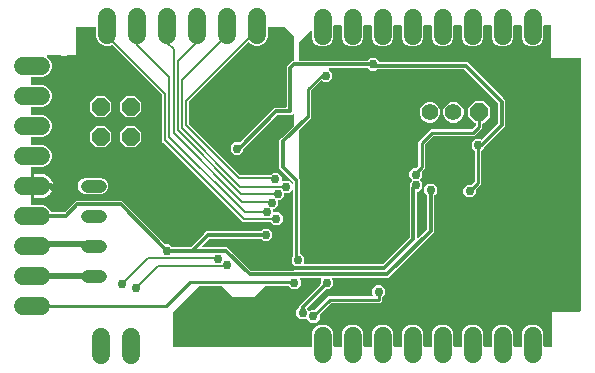
<source format=gbr>
G04 EAGLE Gerber RS-274X export*
G75*
%MOMM*%
%FSLAX34Y34*%
%LPD*%
%INBottom Copper*%
%IPPOS*%
%AMOC8*
5,1,8,0,0,1.08239X$1,22.5*%
G01*
%ADD10C,1.108000*%
%ADD11C,1.408000*%
%ADD12P,1.649562X8X22.500000*%
%ADD13C,1.524000*%
%ADD14P,1.649562X8X292.500000*%
%ADD15C,0.508000*%
%ADD16C,0.756400*%
%ADD17C,0.254000*%
%ADD18C,0.304800*%
%ADD19C,0.152400*%

G36*
X370606Y114787D02*
X370606Y114787D01*
X370625Y114784D01*
X370727Y114806D01*
X370829Y114823D01*
X370846Y114832D01*
X370866Y114837D01*
X370955Y114890D01*
X371046Y114938D01*
X371060Y114953D01*
X371077Y114963D01*
X371144Y115042D01*
X371216Y115117D01*
X371224Y115135D01*
X371237Y115150D01*
X371276Y115246D01*
X371319Y115340D01*
X371321Y115359D01*
X371329Y115378D01*
X371347Y115545D01*
X371347Y126025D01*
X372739Y129386D01*
X375312Y131959D01*
X378673Y133351D01*
X382311Y133351D01*
X385672Y131959D01*
X388245Y129386D01*
X389637Y126025D01*
X389637Y115545D01*
X389640Y115525D01*
X389638Y115505D01*
X389660Y115404D01*
X389676Y115302D01*
X389686Y115284D01*
X389690Y115265D01*
X389743Y115176D01*
X389792Y115084D01*
X389806Y115071D01*
X389816Y115054D01*
X389895Y114986D01*
X389970Y114915D01*
X389988Y114907D01*
X390003Y114894D01*
X390099Y114855D01*
X390193Y114811D01*
X390213Y114809D01*
X390231Y114802D01*
X390398Y114783D01*
X395986Y114783D01*
X396006Y114787D01*
X396025Y114784D01*
X396127Y114806D01*
X396229Y114823D01*
X396246Y114832D01*
X396266Y114837D01*
X396355Y114890D01*
X396446Y114938D01*
X396460Y114953D01*
X396477Y114963D01*
X396544Y115042D01*
X396616Y115117D01*
X396624Y115135D01*
X396637Y115150D01*
X396676Y115246D01*
X396719Y115340D01*
X396721Y115359D01*
X396729Y115378D01*
X396747Y115545D01*
X396747Y126025D01*
X398139Y129386D01*
X400712Y131959D01*
X404073Y133351D01*
X407711Y133351D01*
X411072Y131959D01*
X413645Y129386D01*
X415037Y126025D01*
X415037Y115545D01*
X415040Y115525D01*
X415038Y115505D01*
X415060Y115404D01*
X415076Y115302D01*
X415086Y115284D01*
X415090Y115265D01*
X415143Y115176D01*
X415192Y115084D01*
X415206Y115071D01*
X415216Y115054D01*
X415295Y114986D01*
X415370Y114915D01*
X415388Y114907D01*
X415403Y114894D01*
X415499Y114855D01*
X415593Y114811D01*
X415613Y114809D01*
X415631Y114802D01*
X415798Y114783D01*
X421386Y114783D01*
X421406Y114787D01*
X421425Y114784D01*
X421527Y114806D01*
X421629Y114823D01*
X421646Y114832D01*
X421666Y114837D01*
X421755Y114890D01*
X421846Y114938D01*
X421860Y114953D01*
X421877Y114963D01*
X421944Y115042D01*
X422016Y115117D01*
X422024Y115135D01*
X422037Y115150D01*
X422076Y115246D01*
X422119Y115340D01*
X422121Y115359D01*
X422129Y115378D01*
X422147Y115545D01*
X422147Y126025D01*
X423539Y129386D01*
X426112Y131959D01*
X429473Y133351D01*
X433111Y133351D01*
X436472Y131959D01*
X439045Y129386D01*
X440437Y126025D01*
X440437Y115545D01*
X440440Y115525D01*
X440438Y115505D01*
X440460Y115404D01*
X440476Y115302D01*
X440486Y115284D01*
X440490Y115265D01*
X440543Y115176D01*
X440592Y115084D01*
X440606Y115071D01*
X440616Y115054D01*
X440695Y114986D01*
X440770Y114915D01*
X440788Y114907D01*
X440803Y114894D01*
X440899Y114855D01*
X440993Y114811D01*
X441013Y114809D01*
X441031Y114802D01*
X441198Y114783D01*
X446786Y114783D01*
X446806Y114787D01*
X446825Y114784D01*
X446927Y114806D01*
X447029Y114823D01*
X447046Y114832D01*
X447066Y114837D01*
X447155Y114890D01*
X447246Y114938D01*
X447260Y114953D01*
X447277Y114963D01*
X447344Y115042D01*
X447416Y115117D01*
X447424Y115135D01*
X447437Y115150D01*
X447476Y115246D01*
X447519Y115340D01*
X447521Y115359D01*
X447529Y115378D01*
X447547Y115545D01*
X447547Y126025D01*
X448939Y129386D01*
X451512Y131959D01*
X454873Y133351D01*
X458511Y133351D01*
X461872Y131959D01*
X464445Y129386D01*
X465837Y126025D01*
X465837Y115545D01*
X465840Y115525D01*
X465838Y115505D01*
X465860Y115404D01*
X465876Y115302D01*
X465886Y115284D01*
X465890Y115265D01*
X465943Y115176D01*
X465992Y115084D01*
X466006Y115071D01*
X466016Y115054D01*
X466095Y114986D01*
X466170Y114915D01*
X466188Y114907D01*
X466203Y114894D01*
X466299Y114855D01*
X466393Y114811D01*
X466413Y114809D01*
X466431Y114802D01*
X466598Y114783D01*
X472186Y114783D01*
X472206Y114787D01*
X472225Y114784D01*
X472327Y114806D01*
X472429Y114823D01*
X472446Y114832D01*
X472466Y114837D01*
X472555Y114890D01*
X472646Y114938D01*
X472660Y114953D01*
X472677Y114963D01*
X472744Y115042D01*
X472816Y115117D01*
X472824Y115135D01*
X472837Y115150D01*
X472876Y115246D01*
X472919Y115340D01*
X472921Y115359D01*
X472929Y115378D01*
X472947Y115545D01*
X472947Y126025D01*
X474339Y129386D01*
X476912Y131959D01*
X480273Y133351D01*
X483911Y133351D01*
X487272Y131959D01*
X489845Y129386D01*
X491237Y126025D01*
X491237Y115545D01*
X491240Y115525D01*
X491238Y115505D01*
X491260Y115404D01*
X491276Y115302D01*
X491286Y115284D01*
X491290Y115265D01*
X491343Y115176D01*
X491392Y115084D01*
X491406Y115071D01*
X491416Y115054D01*
X491495Y114986D01*
X491570Y114915D01*
X491588Y114907D01*
X491603Y114894D01*
X491699Y114855D01*
X491793Y114811D01*
X491813Y114809D01*
X491831Y114802D01*
X491998Y114783D01*
X497586Y114783D01*
X497606Y114787D01*
X497625Y114784D01*
X497727Y114806D01*
X497829Y114823D01*
X497846Y114832D01*
X497866Y114837D01*
X497955Y114890D01*
X498046Y114938D01*
X498060Y114953D01*
X498077Y114963D01*
X498144Y115042D01*
X498216Y115117D01*
X498224Y115135D01*
X498237Y115150D01*
X498276Y115246D01*
X498319Y115340D01*
X498321Y115359D01*
X498329Y115378D01*
X498347Y115545D01*
X498347Y126025D01*
X499739Y129386D01*
X502312Y131959D01*
X505673Y133351D01*
X509311Y133351D01*
X512672Y131959D01*
X515245Y129386D01*
X516637Y126025D01*
X516637Y115545D01*
X516640Y115525D01*
X516638Y115505D01*
X516660Y115404D01*
X516676Y115302D01*
X516686Y115284D01*
X516690Y115265D01*
X516743Y115176D01*
X516792Y115084D01*
X516806Y115071D01*
X516816Y115054D01*
X516895Y114986D01*
X516970Y114915D01*
X516988Y114907D01*
X517003Y114894D01*
X517099Y114855D01*
X517193Y114811D01*
X517213Y114809D01*
X517231Y114802D01*
X517398Y114783D01*
X522986Y114783D01*
X523006Y114787D01*
X523025Y114784D01*
X523127Y114806D01*
X523229Y114823D01*
X523246Y114832D01*
X523266Y114837D01*
X523355Y114890D01*
X523446Y114938D01*
X523460Y114953D01*
X523477Y114963D01*
X523544Y115042D01*
X523616Y115117D01*
X523624Y115135D01*
X523637Y115150D01*
X523676Y115246D01*
X523719Y115340D01*
X523721Y115359D01*
X523729Y115378D01*
X523747Y115545D01*
X523747Y126025D01*
X525139Y129386D01*
X527712Y131959D01*
X531073Y133351D01*
X534711Y133351D01*
X538072Y131959D01*
X540645Y129386D01*
X542037Y126025D01*
X542037Y115545D01*
X542040Y115525D01*
X542038Y115505D01*
X542060Y115404D01*
X542076Y115302D01*
X542086Y115284D01*
X542090Y115265D01*
X542143Y115176D01*
X542192Y115084D01*
X542206Y115071D01*
X542216Y115054D01*
X542295Y114986D01*
X542370Y114915D01*
X542388Y114907D01*
X542403Y114894D01*
X542499Y114855D01*
X542593Y114811D01*
X542613Y114809D01*
X542631Y114802D01*
X542798Y114783D01*
X548386Y114783D01*
X548406Y114787D01*
X548425Y114784D01*
X548527Y114806D01*
X548629Y114823D01*
X548646Y114832D01*
X548666Y114837D01*
X548755Y114890D01*
X548846Y114938D01*
X548860Y114953D01*
X548877Y114963D01*
X548944Y115042D01*
X549016Y115117D01*
X549024Y115135D01*
X549037Y115150D01*
X549076Y115246D01*
X549119Y115340D01*
X549121Y115359D01*
X549129Y115378D01*
X549147Y115545D01*
X549147Y126025D01*
X550539Y129386D01*
X553112Y131959D01*
X556473Y133351D01*
X560111Y133351D01*
X563472Y131959D01*
X566045Y129386D01*
X567437Y126025D01*
X567437Y115545D01*
X567440Y115525D01*
X567438Y115505D01*
X567460Y115404D01*
X567476Y115302D01*
X567486Y115284D01*
X567490Y115265D01*
X567543Y115176D01*
X567592Y115084D01*
X567606Y115071D01*
X567616Y115054D01*
X567695Y114986D01*
X567770Y114915D01*
X567788Y114907D01*
X567803Y114894D01*
X567899Y114855D01*
X567993Y114811D01*
X568013Y114809D01*
X568031Y114802D01*
X568198Y114783D01*
X573770Y114783D01*
X573790Y114787D01*
X573810Y114784D01*
X573911Y114806D01*
X574013Y114823D01*
X574031Y114832D01*
X574050Y114837D01*
X574139Y114890D01*
X574230Y114938D01*
X574244Y114953D01*
X574261Y114963D01*
X574329Y115042D01*
X574400Y115117D01*
X574408Y115135D01*
X574421Y115150D01*
X574460Y115246D01*
X574503Y115340D01*
X574506Y115359D01*
X574513Y115378D01*
X574532Y115545D01*
X574532Y122082D01*
X574531Y122084D01*
X574532Y122087D01*
X574399Y144578D01*
X598475Y144578D01*
X598494Y144581D01*
X598514Y144579D01*
X598615Y144601D01*
X598717Y144617D01*
X598735Y144627D01*
X598754Y144631D01*
X598843Y144684D01*
X598935Y144732D01*
X598948Y144747D01*
X598966Y144757D01*
X599033Y144836D01*
X599104Y144911D01*
X599113Y144929D01*
X599125Y144944D01*
X599164Y145040D01*
X599208Y145134D01*
X599210Y145154D01*
X599217Y145172D01*
X599236Y145339D01*
X599262Y358876D01*
X599258Y358896D01*
X599261Y358916D01*
X599239Y359017D01*
X599222Y359119D01*
X599213Y359137D01*
X599208Y359156D01*
X599155Y359245D01*
X599107Y359337D01*
X599092Y359350D01*
X599082Y359368D01*
X599004Y359435D01*
X598929Y359506D01*
X598910Y359514D01*
X598895Y359527D01*
X598799Y359566D01*
X598705Y359610D01*
X598686Y359612D01*
X598667Y359619D01*
X598500Y359638D01*
X574039Y359638D01*
X574039Y386055D01*
X574036Y386075D01*
X574038Y386094D01*
X574016Y386195D01*
X574000Y386298D01*
X573990Y386315D01*
X573986Y386335D01*
X573933Y386424D01*
X573884Y386515D01*
X573870Y386529D01*
X573860Y386546D01*
X573781Y386613D01*
X573706Y386684D01*
X573688Y386693D01*
X573673Y386706D01*
X573577Y386744D01*
X573483Y386788D01*
X573463Y386790D01*
X573445Y386798D01*
X573278Y386816D01*
X568198Y386815D01*
X568178Y386812D01*
X568159Y386814D01*
X568057Y386792D01*
X567955Y386776D01*
X567938Y386766D01*
X567918Y386762D01*
X567829Y386709D01*
X567738Y386661D01*
X567724Y386646D01*
X567707Y386636D01*
X567640Y386557D01*
X567568Y386482D01*
X567560Y386464D01*
X567547Y386449D01*
X567508Y386353D01*
X567465Y386259D01*
X567463Y386239D01*
X567455Y386221D01*
X567437Y386054D01*
X567437Y376387D01*
X566045Y373026D01*
X563472Y370453D01*
X560111Y369061D01*
X556473Y369061D01*
X553112Y370453D01*
X550539Y373026D01*
X549147Y376387D01*
X549147Y386052D01*
X549144Y386071D01*
X549146Y386091D01*
X549124Y386192D01*
X549108Y386294D01*
X549098Y386312D01*
X549094Y386332D01*
X549041Y386421D01*
X548992Y386512D01*
X548978Y386525D01*
X548968Y386543D01*
X548889Y386610D01*
X548814Y386681D01*
X548796Y386690D01*
X548781Y386702D01*
X548685Y386741D01*
X548591Y386785D01*
X548571Y386787D01*
X548553Y386794D01*
X548386Y386813D01*
X542798Y386812D01*
X542778Y386809D01*
X542759Y386811D01*
X542657Y386789D01*
X542555Y386772D01*
X542538Y386763D01*
X542518Y386759D01*
X542429Y386706D01*
X542338Y386657D01*
X542324Y386643D01*
X542307Y386633D01*
X542240Y386554D01*
X542168Y386479D01*
X542160Y386461D01*
X542147Y386446D01*
X542108Y386349D01*
X542065Y386256D01*
X542063Y386236D01*
X542055Y386218D01*
X542037Y386051D01*
X542037Y376387D01*
X540645Y373026D01*
X538072Y370453D01*
X534711Y369061D01*
X531073Y369061D01*
X527712Y370453D01*
X525139Y373026D01*
X523747Y376387D01*
X523747Y386048D01*
X523744Y386068D01*
X523746Y386088D01*
X523724Y386189D01*
X523708Y386291D01*
X523698Y386309D01*
X523694Y386328D01*
X523641Y386417D01*
X523592Y386508D01*
X523578Y386522D01*
X523568Y386539D01*
X523489Y386607D01*
X523414Y386678D01*
X523396Y386686D01*
X523381Y386699D01*
X523285Y386738D01*
X523191Y386781D01*
X523171Y386784D01*
X523153Y386791D01*
X522986Y386810D01*
X517398Y386809D01*
X517378Y386806D01*
X517359Y386808D01*
X517257Y386786D01*
X517155Y386769D01*
X517138Y386760D01*
X517118Y386756D01*
X517029Y386702D01*
X516938Y386654D01*
X516924Y386640D01*
X516907Y386629D01*
X516840Y386551D01*
X516768Y386476D01*
X516760Y386458D01*
X516747Y386442D01*
X516708Y386346D01*
X516665Y386253D01*
X516663Y386233D01*
X516655Y386214D01*
X516637Y386048D01*
X516637Y376387D01*
X515245Y373026D01*
X512672Y370453D01*
X509311Y369061D01*
X505673Y369061D01*
X502312Y370453D01*
X499739Y373026D01*
X498347Y376387D01*
X498347Y386045D01*
X498344Y386065D01*
X498346Y386085D01*
X498324Y386186D01*
X498308Y386288D01*
X498298Y386305D01*
X498294Y386325D01*
X498241Y386414D01*
X498192Y386505D01*
X498178Y386519D01*
X498168Y386536D01*
X498089Y386603D01*
X498014Y386675D01*
X497996Y386683D01*
X497981Y386696D01*
X497885Y386735D01*
X497791Y386778D01*
X497771Y386780D01*
X497753Y386788D01*
X497586Y386806D01*
X491998Y386806D01*
X491978Y386802D01*
X491959Y386805D01*
X491857Y386783D01*
X491755Y386766D01*
X491738Y386757D01*
X491718Y386752D01*
X491629Y386699D01*
X491538Y386651D01*
X491524Y386636D01*
X491507Y386626D01*
X491440Y386547D01*
X491368Y386472D01*
X491360Y386454D01*
X491347Y386439D01*
X491308Y386343D01*
X491265Y386249D01*
X491263Y386230D01*
X491255Y386211D01*
X491237Y386044D01*
X491237Y376387D01*
X489845Y373026D01*
X487272Y370453D01*
X483911Y369061D01*
X480273Y369061D01*
X476912Y370453D01*
X474339Y373026D01*
X472947Y376387D01*
X472947Y386042D01*
X472944Y386061D01*
X472946Y386081D01*
X472924Y386183D01*
X472908Y386285D01*
X472898Y386302D01*
X472894Y386322D01*
X472841Y386411D01*
X472792Y386502D01*
X472778Y386516D01*
X472768Y386533D01*
X472689Y386600D01*
X472614Y386671D01*
X472596Y386680D01*
X472581Y386693D01*
X472485Y386731D01*
X472391Y386775D01*
X472371Y386777D01*
X472353Y386785D01*
X472186Y386803D01*
X466598Y386802D01*
X466578Y386799D01*
X466559Y386801D01*
X466457Y386779D01*
X466355Y386763D01*
X466338Y386753D01*
X466318Y386749D01*
X466229Y386696D01*
X466138Y386647D01*
X466124Y386633D01*
X466107Y386623D01*
X466040Y386544D01*
X465968Y386469D01*
X465960Y386451D01*
X465947Y386436D01*
X465908Y386340D01*
X465865Y386246D01*
X465863Y386226D01*
X465855Y386208D01*
X465837Y386041D01*
X465837Y376387D01*
X464445Y373026D01*
X461872Y370453D01*
X458511Y369061D01*
X454873Y369061D01*
X451512Y370453D01*
X448939Y373026D01*
X447547Y376387D01*
X447547Y386038D01*
X447544Y386058D01*
X447546Y386078D01*
X447524Y386179D01*
X447508Y386281D01*
X447498Y386299D01*
X447494Y386318D01*
X447441Y386408D01*
X447392Y386499D01*
X447378Y386512D01*
X447368Y386530D01*
X447289Y386597D01*
X447214Y386668D01*
X447196Y386676D01*
X447181Y386689D01*
X447085Y386728D01*
X446991Y386772D01*
X446971Y386774D01*
X446953Y386781D01*
X446786Y386800D01*
X441198Y386799D01*
X441178Y386796D01*
X441159Y386798D01*
X441057Y386776D01*
X440955Y386759D01*
X440938Y386750D01*
X440918Y386746D01*
X440829Y386693D01*
X440738Y386644D01*
X440724Y386630D01*
X440707Y386620D01*
X440640Y386541D01*
X440568Y386466D01*
X440560Y386448D01*
X440547Y386433D01*
X440508Y386336D01*
X440465Y386243D01*
X440463Y386223D01*
X440455Y386204D01*
X440437Y386038D01*
X440437Y376387D01*
X439045Y373026D01*
X436472Y370453D01*
X433111Y369061D01*
X429473Y369061D01*
X426112Y370453D01*
X423539Y373026D01*
X422147Y376387D01*
X422147Y386035D01*
X422144Y386055D01*
X422146Y386075D01*
X422124Y386176D01*
X422108Y386278D01*
X422098Y386296D01*
X422094Y386315D01*
X422041Y386404D01*
X421992Y386495D01*
X421978Y386509D01*
X421968Y386526D01*
X421889Y386594D01*
X421814Y386665D01*
X421796Y386673D01*
X421781Y386686D01*
X421685Y386725D01*
X421591Y386768D01*
X421571Y386771D01*
X421553Y386778D01*
X421386Y386796D01*
X415798Y386796D01*
X415778Y386793D01*
X415759Y386795D01*
X415657Y386773D01*
X415555Y386756D01*
X415538Y386747D01*
X415518Y386742D01*
X415429Y386689D01*
X415338Y386641D01*
X415324Y386626D01*
X415307Y386616D01*
X415240Y386538D01*
X415168Y386462D01*
X415160Y386445D01*
X415147Y386429D01*
X415108Y386333D01*
X415065Y386239D01*
X415063Y386220D01*
X415055Y386201D01*
X415037Y386034D01*
X415037Y376387D01*
X413645Y373026D01*
X411072Y370453D01*
X407711Y369061D01*
X404073Y369061D01*
X400712Y370453D01*
X398139Y373026D01*
X396747Y376387D01*
X396747Y386032D01*
X396744Y386052D01*
X396746Y386071D01*
X396724Y386173D01*
X396708Y386275D01*
X396698Y386292D01*
X396694Y386312D01*
X396641Y386401D01*
X396592Y386492D01*
X396578Y386506D01*
X396568Y386523D01*
X396489Y386590D01*
X396414Y386661D01*
X396396Y386670D01*
X396381Y386683D01*
X396285Y386721D01*
X396191Y386765D01*
X396171Y386767D01*
X396153Y386775D01*
X395986Y386793D01*
X390398Y386792D01*
X390378Y386789D01*
X390359Y386791D01*
X390257Y386769D01*
X390155Y386753D01*
X390138Y386743D01*
X390118Y386739D01*
X390029Y386686D01*
X389938Y386638D01*
X389924Y386623D01*
X389907Y386613D01*
X389840Y386534D01*
X389768Y386459D01*
X389760Y386441D01*
X389747Y386426D01*
X389708Y386330D01*
X389665Y386236D01*
X389663Y386216D01*
X389655Y386198D01*
X389637Y386031D01*
X389637Y376387D01*
X388245Y373026D01*
X385672Y370453D01*
X382311Y369061D01*
X378673Y369061D01*
X375312Y370453D01*
X372739Y373026D01*
X371347Y376387D01*
X371347Y381711D01*
X371336Y381782D01*
X371334Y381854D01*
X371316Y381903D01*
X371308Y381954D01*
X371274Y382017D01*
X371249Y382085D01*
X371217Y382125D01*
X371192Y382171D01*
X371141Y382221D01*
X371096Y382277D01*
X371052Y382305D01*
X371014Y382341D01*
X370949Y382371D01*
X370889Y382410D01*
X370838Y382422D01*
X370791Y382444D01*
X370720Y382452D01*
X370650Y382470D01*
X370598Y382466D01*
X370547Y382471D01*
X370476Y382456D01*
X370405Y382451D01*
X370357Y382430D01*
X370306Y382419D01*
X370245Y382382D01*
X370179Y382354D01*
X370123Y382310D01*
X370095Y382293D01*
X370080Y382275D01*
X370048Y382250D01*
X360650Y372852D01*
X360597Y372778D01*
X360537Y372708D01*
X360525Y372678D01*
X360506Y372652D01*
X360479Y372565D01*
X360445Y372480D01*
X360441Y372439D01*
X360434Y372417D01*
X360435Y372385D01*
X360427Y372313D01*
X360427Y357616D01*
X360430Y357599D01*
X360428Y357583D01*
X360428Y357581D01*
X360428Y357577D01*
X360450Y357475D01*
X360467Y357373D01*
X360476Y357356D01*
X360480Y357336D01*
X360533Y357247D01*
X360582Y357156D01*
X360596Y357142D01*
X360606Y357125D01*
X360685Y357058D01*
X360760Y356986D01*
X360778Y356978D01*
X360793Y356965D01*
X360889Y356926D01*
X360983Y356883D01*
X361003Y356881D01*
X361021Y356873D01*
X361188Y356855D01*
X418326Y356855D01*
X418416Y356869D01*
X418507Y356877D01*
X418537Y356889D01*
X418568Y356894D01*
X418649Y356937D01*
X418733Y356973D01*
X418765Y356999D01*
X418786Y357010D01*
X418791Y357015D01*
X418792Y357016D01*
X418809Y357034D01*
X418864Y357078D01*
X420966Y359180D01*
X425362Y359180D01*
X428448Y356094D01*
X428522Y356041D01*
X428591Y355981D01*
X428622Y355969D01*
X428648Y355950D01*
X428735Y355923D01*
X428820Y355889D01*
X428860Y355885D01*
X428883Y355878D01*
X428915Y355879D01*
X428986Y355871D01*
X502897Y355871D01*
X504906Y353862D01*
X533170Y325598D01*
X535179Y323589D01*
X535179Y301200D01*
X518361Y284383D01*
X517543Y283565D01*
X517490Y283491D01*
X517465Y283462D01*
X517452Y283448D01*
X517450Y283444D01*
X517430Y283421D01*
X517418Y283391D01*
X517399Y283365D01*
X517373Y283278D01*
X517372Y283276D01*
X515107Y281011D01*
X515054Y280937D01*
X514995Y280868D01*
X514982Y280838D01*
X514964Y280812D01*
X514937Y280725D01*
X514903Y280640D01*
X514898Y280599D01*
X514891Y280577D01*
X514892Y280544D01*
X514884Y280473D01*
X514884Y252436D01*
X510558Y248110D01*
X510505Y248036D01*
X510445Y247966D01*
X510433Y247936D01*
X510414Y247910D01*
X510388Y247823D01*
X510353Y247738D01*
X510349Y247697D01*
X510342Y247675D01*
X510343Y247643D01*
X510335Y247571D01*
X510335Y244334D01*
X507226Y241226D01*
X502830Y241226D01*
X499721Y244334D01*
X499721Y248731D01*
X502830Y251839D01*
X506067Y251839D01*
X506157Y251854D01*
X506248Y251861D01*
X506278Y251874D01*
X506310Y251879D01*
X506391Y251922D01*
X506475Y251957D01*
X506507Y251983D01*
X506527Y251994D01*
X506550Y252017D01*
X506606Y252062D01*
X509072Y254528D01*
X509125Y254602D01*
X509184Y254672D01*
X509196Y254702D01*
X509215Y254728D01*
X509242Y254815D01*
X509276Y254900D01*
X509281Y254941D01*
X509288Y254963D01*
X509287Y254995D01*
X509295Y255067D01*
X509295Y280321D01*
X509280Y280411D01*
X509273Y280502D01*
X509260Y280532D01*
X509255Y280564D01*
X509212Y280644D01*
X509176Y280728D01*
X509151Y280760D01*
X509140Y280781D01*
X509116Y280803D01*
X509072Y280859D01*
X506706Y283224D01*
X506706Y287621D01*
X509815Y290729D01*
X514211Y290729D01*
X514610Y290331D01*
X514626Y290319D01*
X514638Y290304D01*
X514726Y290248D01*
X514809Y290187D01*
X514828Y290182D01*
X514845Y290171D01*
X514946Y290145D01*
X515044Y290115D01*
X515064Y290116D01*
X515084Y290111D01*
X515187Y290119D01*
X515290Y290121D01*
X515309Y290128D01*
X515329Y290130D01*
X515424Y290170D01*
X515521Y290206D01*
X515537Y290218D01*
X515555Y290226D01*
X515686Y290331D01*
X528858Y303503D01*
X528911Y303577D01*
X528971Y303646D01*
X528983Y303677D01*
X529002Y303703D01*
X529029Y303790D01*
X529063Y303875D01*
X529067Y303916D01*
X529074Y303938D01*
X529073Y303970D01*
X529081Y304041D01*
X529081Y320748D01*
X529067Y320838D01*
X529059Y320929D01*
X529047Y320959D01*
X529042Y320991D01*
X528999Y321071D01*
X528963Y321155D01*
X528937Y321187D01*
X528926Y321208D01*
X528903Y321230D01*
X528858Y321286D01*
X500594Y349550D01*
X500520Y349603D01*
X500451Y349663D01*
X500421Y349675D01*
X500394Y349694D01*
X500307Y349721D01*
X500223Y349755D01*
X500182Y349759D01*
X500159Y349766D01*
X500127Y349765D01*
X500056Y349773D01*
X426885Y349773D01*
X426795Y349759D01*
X426704Y349751D01*
X426674Y349739D01*
X426642Y349734D01*
X426561Y349691D01*
X426477Y349655D01*
X426445Y349629D01*
X426425Y349618D01*
X426402Y349595D01*
X426346Y349550D01*
X425362Y348566D01*
X420966Y348566D01*
X418998Y350534D01*
X418924Y350587D01*
X418854Y350647D01*
X418824Y350659D01*
X418798Y350678D01*
X418711Y350705D01*
X418626Y350739D01*
X418585Y350743D01*
X418563Y350750D01*
X418531Y350749D01*
X418459Y350757D01*
X386524Y350757D01*
X386453Y350746D01*
X386382Y350744D01*
X386333Y350726D01*
X386281Y350718D01*
X386218Y350684D01*
X386151Y350659D01*
X386110Y350627D01*
X386064Y350602D01*
X386015Y350550D01*
X385959Y350506D01*
X385930Y350462D01*
X385894Y350424D01*
X385864Y350359D01*
X385826Y350299D01*
X385813Y350248D01*
X385791Y350201D01*
X385783Y350130D01*
X385765Y350060D01*
X385770Y350008D01*
X385764Y349957D01*
X385779Y349886D01*
X385785Y349815D01*
X385805Y349767D01*
X385816Y349716D01*
X385853Y349655D01*
X385881Y349589D01*
X385926Y349533D01*
X385942Y349505D01*
X385960Y349490D01*
X385986Y349458D01*
X388847Y346597D01*
X388847Y342200D01*
X385738Y339092D01*
X381342Y339092D01*
X380384Y340049D01*
X380368Y340061D01*
X380356Y340077D01*
X380268Y340133D01*
X380185Y340193D01*
X380166Y340199D01*
X380149Y340210D01*
X380048Y340235D01*
X379950Y340265D01*
X379930Y340265D01*
X379910Y340270D01*
X379807Y340262D01*
X379704Y340259D01*
X379685Y340252D01*
X379665Y340251D01*
X379570Y340210D01*
X379473Y340175D01*
X379457Y340162D01*
X379439Y340154D01*
X379308Y340049D01*
X371064Y331805D01*
X371011Y331731D01*
X370951Y331662D01*
X370939Y331632D01*
X370920Y331606D01*
X370893Y331519D01*
X370859Y331434D01*
X370855Y331393D01*
X370848Y331371D01*
X370849Y331338D01*
X370841Y331267D01*
X370841Y311458D01*
X370855Y311368D01*
X370863Y311277D01*
X370875Y311247D01*
X370880Y311215D01*
X370923Y311135D01*
X370959Y311051D01*
X370985Y311019D01*
X370996Y310998D01*
X371019Y310976D01*
X371064Y310920D01*
X371095Y310889D01*
X371095Y308363D01*
X360650Y297918D01*
X360597Y297844D01*
X360537Y297775D01*
X360525Y297745D01*
X360506Y297718D01*
X360479Y297631D01*
X360445Y297547D01*
X360441Y297506D01*
X360434Y297483D01*
X360435Y297451D01*
X360427Y297380D01*
X360427Y258372D01*
X360442Y258282D01*
X360449Y258191D01*
X360461Y258161D01*
X360467Y258129D01*
X360509Y258049D01*
X360545Y257965D01*
X360571Y257933D01*
X360582Y257912D01*
X360605Y257890D01*
X360650Y257834D01*
X361341Y257142D01*
X361341Y254617D01*
X361310Y254586D01*
X361257Y254512D01*
X361198Y254442D01*
X361185Y254412D01*
X361167Y254386D01*
X361140Y254299D01*
X361106Y254214D01*
X361101Y254173D01*
X361094Y254151D01*
X361095Y254119D01*
X361087Y254047D01*
X361087Y194307D01*
X361090Y194288D01*
X361088Y194268D01*
X361110Y194167D01*
X361127Y194065D01*
X361136Y194047D01*
X361140Y194028D01*
X361194Y193939D01*
X361242Y193847D01*
X361256Y193834D01*
X361267Y193816D01*
X361345Y193749D01*
X361420Y193678D01*
X361438Y193670D01*
X361454Y193657D01*
X361550Y193618D01*
X361643Y193574D01*
X361663Y193572D01*
X361682Y193565D01*
X361848Y193546D01*
X361862Y193546D01*
X364971Y190438D01*
X364971Y186041D01*
X364634Y185704D01*
X364592Y185646D01*
X364542Y185594D01*
X364521Y185547D01*
X364490Y185505D01*
X364469Y185436D01*
X364439Y185371D01*
X364433Y185319D01*
X364418Y185269D01*
X364420Y185198D01*
X364412Y185127D01*
X364423Y185076D01*
X364424Y185024D01*
X364449Y184956D01*
X364464Y184886D01*
X364491Y184841D01*
X364509Y184793D01*
X364553Y184737D01*
X364590Y184675D01*
X364630Y184641D01*
X364662Y184601D01*
X364722Y184562D01*
X364777Y184515D01*
X364826Y184496D01*
X364869Y184468D01*
X364939Y184450D01*
X365005Y184423D01*
X365077Y184415D01*
X365108Y184407D01*
X365131Y184409D01*
X365172Y184405D01*
X430984Y184405D01*
X431074Y184419D01*
X431165Y184427D01*
X431195Y184439D01*
X431227Y184444D01*
X431307Y184487D01*
X431391Y184523D01*
X431423Y184549D01*
X431444Y184560D01*
X431466Y184583D01*
X431522Y184628D01*
X454182Y207288D01*
X454235Y207362D01*
X454295Y207431D01*
X454307Y207461D01*
X454326Y207488D01*
X454353Y207575D01*
X454387Y207659D01*
X454391Y207700D01*
X454398Y207723D01*
X454397Y207755D01*
X454405Y207826D01*
X454405Y248670D01*
X454391Y248760D01*
X454383Y248851D01*
X454371Y248881D01*
X454366Y248912D01*
X454323Y248993D01*
X454287Y249077D01*
X454261Y249109D01*
X454250Y249130D01*
X454227Y249152D01*
X454182Y249208D01*
X454154Y249236D01*
X454154Y253633D01*
X455919Y255398D01*
X455931Y255414D01*
X455947Y255427D01*
X456003Y255514D01*
X456063Y255598D01*
X456069Y255617D01*
X456080Y255634D01*
X456105Y255734D01*
X456135Y255833D01*
X456135Y255853D01*
X456140Y255872D01*
X456132Y255975D01*
X456129Y256079D01*
X456122Y256098D01*
X456120Y256117D01*
X456080Y256212D01*
X456044Y256310D01*
X456032Y256326D01*
X456024Y256344D01*
X455919Y256475D01*
X454004Y258390D01*
X454004Y262786D01*
X457113Y265895D01*
X459334Y265895D01*
X459424Y265910D01*
X459515Y265917D01*
X459545Y265929D01*
X459577Y265935D01*
X459657Y265977D01*
X459741Y266013D01*
X459773Y266039D01*
X459794Y266050D01*
X459816Y266073D01*
X459872Y266118D01*
X461322Y267568D01*
X461375Y267642D01*
X461435Y267711D01*
X461447Y267742D01*
X461466Y267768D01*
X461493Y267855D01*
X461527Y267940D01*
X461531Y267981D01*
X461538Y268003D01*
X461537Y268035D01*
X461545Y268106D01*
X461545Y288206D01*
X472044Y298705D01*
X506781Y298705D01*
X506871Y298719D01*
X506962Y298727D01*
X506992Y298739D01*
X507024Y298744D01*
X507104Y298787D01*
X507188Y298823D01*
X507220Y298849D01*
X507241Y298860D01*
X507263Y298883D01*
X507319Y298928D01*
X510062Y301671D01*
X510115Y301745D01*
X510175Y301814D01*
X510187Y301844D01*
X510206Y301870D01*
X510233Y301957D01*
X510267Y302042D01*
X510271Y302083D01*
X510278Y302105D01*
X510277Y302138D01*
X510285Y302209D01*
X510285Y303530D01*
X510282Y303550D01*
X510284Y303569D01*
X510262Y303671D01*
X510246Y303773D01*
X510236Y303790D01*
X510232Y303810D01*
X510179Y303899D01*
X510130Y303990D01*
X510116Y304004D01*
X510106Y304021D01*
X510027Y304088D01*
X509952Y304160D01*
X509934Y304168D01*
X509919Y304181D01*
X509823Y304220D01*
X509729Y304263D01*
X509709Y304265D01*
X509691Y304273D01*
X509524Y304291D01*
X509292Y304291D01*
X503935Y309648D01*
X503935Y317224D01*
X509292Y322581D01*
X516868Y322581D01*
X522225Y317224D01*
X522225Y309648D01*
X516868Y304291D01*
X516636Y304291D01*
X516616Y304288D01*
X516597Y304290D01*
X516495Y304268D01*
X516393Y304252D01*
X516376Y304242D01*
X516356Y304238D01*
X516267Y304185D01*
X516176Y304136D01*
X516162Y304122D01*
X516145Y304112D01*
X516078Y304033D01*
X516006Y303958D01*
X515998Y303940D01*
X515985Y303925D01*
X515946Y303829D01*
X515903Y303735D01*
X515901Y303715D01*
X515893Y303697D01*
X515875Y303530D01*
X515875Y299578D01*
X509412Y293115D01*
X474675Y293115D01*
X474585Y293101D01*
X474494Y293093D01*
X474464Y293081D01*
X474432Y293076D01*
X474352Y293033D01*
X474268Y292997D01*
X474236Y292971D01*
X474215Y292960D01*
X474193Y292937D01*
X474137Y292892D01*
X467358Y286113D01*
X467305Y286039D01*
X467245Y285970D01*
X467233Y285940D01*
X467214Y285914D01*
X467187Y285827D01*
X467153Y285742D01*
X467149Y285701D01*
X467142Y285679D01*
X467143Y285646D01*
X467135Y285575D01*
X467135Y265476D01*
X464840Y263182D01*
X464787Y263108D01*
X464728Y263038D01*
X464716Y263008D01*
X464697Y262982D01*
X464670Y262895D01*
X464636Y262810D01*
X464631Y262769D01*
X464625Y262747D01*
X464625Y262715D01*
X464618Y262643D01*
X464618Y258390D01*
X462852Y256625D01*
X462840Y256608D01*
X462825Y256596D01*
X462769Y256509D01*
X462708Y256425D01*
X462703Y256406D01*
X462692Y256389D01*
X462667Y256288D01*
X462636Y256190D01*
X462637Y256170D01*
X462632Y256150D01*
X462640Y256048D01*
X462642Y255944D01*
X462649Y255925D01*
X462651Y255905D01*
X462691Y255810D01*
X462727Y255713D01*
X462739Y255697D01*
X462747Y255679D01*
X462852Y255548D01*
X464767Y253633D01*
X464767Y249236D01*
X461659Y246128D01*
X461264Y246128D01*
X461244Y246125D01*
X461225Y246127D01*
X461123Y246105D01*
X461021Y246088D01*
X461004Y246079D01*
X460984Y246075D01*
X460895Y246021D01*
X460804Y245973D01*
X460790Y245959D01*
X460773Y245948D01*
X460706Y245870D01*
X460634Y245795D01*
X460626Y245777D01*
X460613Y245761D01*
X460574Y245665D01*
X460531Y245572D01*
X460529Y245552D01*
X460521Y245533D01*
X460503Y245367D01*
X460503Y207826D01*
X460514Y207755D01*
X460516Y207684D01*
X460534Y207635D01*
X460542Y207583D01*
X460576Y207520D01*
X460601Y207453D01*
X460633Y207412D01*
X460658Y207366D01*
X460710Y207317D01*
X460754Y207261D01*
X460798Y207232D01*
X460836Y207197D01*
X460901Y207166D01*
X460961Y207128D01*
X461012Y207115D01*
X461059Y207093D01*
X461130Y207085D01*
X461200Y207068D01*
X461252Y207072D01*
X461303Y207066D01*
X461374Y207081D01*
X461445Y207087D01*
X461493Y207107D01*
X461544Y207118D01*
X461605Y207155D01*
X461671Y207183D01*
X461727Y207228D01*
X461755Y207244D01*
X461770Y207262D01*
X461802Y207288D01*
X468736Y214222D01*
X468790Y214296D01*
X468849Y214365D01*
X468861Y214396D01*
X468880Y214422D01*
X468907Y214509D01*
X468941Y214594D01*
X468946Y214635D01*
X468952Y214657D01*
X468952Y214689D01*
X468959Y214760D01*
X468959Y242675D01*
X468956Y242694D01*
X468958Y242713D01*
X468943Y242782D01*
X468938Y242856D01*
X468925Y242886D01*
X468920Y242918D01*
X468910Y242937D01*
X468906Y242953D01*
X468872Y243010D01*
X468841Y243083D01*
X468816Y243115D01*
X468805Y243135D01*
X468787Y243152D01*
X468780Y243164D01*
X468767Y243175D01*
X468736Y243214D01*
X466701Y245249D01*
X466701Y249645D01*
X469810Y252754D01*
X474206Y252754D01*
X477315Y249645D01*
X477315Y245249D01*
X475280Y243214D01*
X475232Y243147D01*
X475189Y243101D01*
X475182Y243088D01*
X475167Y243070D01*
X475155Y243040D01*
X475136Y243014D01*
X475113Y242939D01*
X475085Y242878D01*
X475083Y242861D01*
X475075Y242842D01*
X475071Y242801D01*
X475064Y242779D01*
X475065Y242747D01*
X475057Y242675D01*
X475057Y211919D01*
X436111Y172973D01*
X389327Y172973D01*
X389257Y172962D01*
X389185Y172960D01*
X389136Y172942D01*
X389085Y172934D01*
X389021Y172900D01*
X388954Y172875D01*
X388913Y172843D01*
X388867Y172818D01*
X388818Y172766D01*
X388762Y172722D01*
X388734Y172678D01*
X388698Y172640D01*
X388668Y172575D01*
X388629Y172515D01*
X388616Y172464D01*
X388594Y172417D01*
X388586Y172346D01*
X388569Y172276D01*
X388573Y172224D01*
X388567Y172173D01*
X388582Y172102D01*
X388588Y172031D01*
X388608Y171983D01*
X388619Y171932D01*
X388656Y171871D01*
X388684Y171805D01*
X388729Y171749D01*
X388746Y171721D01*
X388763Y171706D01*
X388789Y171674D01*
X389355Y171108D01*
X389355Y166712D01*
X386246Y163603D01*
X383622Y163603D01*
X383532Y163589D01*
X383441Y163581D01*
X383411Y163569D01*
X383379Y163564D01*
X383299Y163521D01*
X383215Y163485D01*
X383183Y163459D01*
X383162Y163448D01*
X383140Y163425D01*
X383084Y163380D01*
X367546Y147842D01*
X367534Y147826D01*
X367518Y147813D01*
X367462Y147726D01*
X367402Y147642D01*
X367396Y147623D01*
X367385Y147606D01*
X367360Y147506D01*
X367330Y147407D01*
X367330Y147387D01*
X367325Y147368D01*
X367333Y147265D01*
X367336Y147161D01*
X367343Y147143D01*
X367344Y147123D01*
X367385Y147028D01*
X367421Y146930D01*
X367433Y146915D01*
X367441Y146896D01*
X367546Y146765D01*
X368930Y145381D01*
X368946Y145369D01*
X368959Y145354D01*
X369046Y145298D01*
X369130Y145237D01*
X369149Y145232D01*
X369166Y145221D01*
X369266Y145195D01*
X369365Y145165D01*
X369385Y145166D01*
X369404Y145161D01*
X369507Y145169D01*
X369611Y145171D01*
X369630Y145178D01*
X369649Y145180D01*
X369744Y145220D01*
X369842Y145256D01*
X369858Y145268D01*
X369876Y145276D01*
X370007Y145381D01*
X370496Y145870D01*
X373403Y145870D01*
X373493Y145885D01*
X373584Y145892D01*
X373614Y145905D01*
X373646Y145910D01*
X373726Y145953D01*
X373810Y145988D01*
X373842Y146014D01*
X373863Y146025D01*
X373885Y146049D01*
X373941Y146093D01*
X385278Y157430D01*
X422558Y157430D01*
X422629Y157441D01*
X422701Y157443D01*
X422750Y157461D01*
X422801Y157470D01*
X422864Y157503D01*
X422932Y157528D01*
X422972Y157560D01*
X423018Y157585D01*
X423068Y157637D01*
X423124Y157682D01*
X423152Y157725D01*
X423188Y157763D01*
X423218Y157828D01*
X423257Y157888D01*
X423269Y157939D01*
X423291Y157986D01*
X423299Y158057D01*
X423317Y158127D01*
X423313Y158179D01*
X423318Y158231D01*
X423303Y158301D01*
X423298Y158372D01*
X423277Y158420D01*
X423266Y158471D01*
X423229Y158533D01*
X423201Y158599D01*
X423156Y158655D01*
X423140Y158682D01*
X423122Y158697D01*
X423097Y158729D01*
X422709Y159117D01*
X422709Y163514D01*
X425817Y166622D01*
X430214Y166622D01*
X433322Y163514D01*
X433322Y159117D01*
X431033Y156828D01*
X430980Y156754D01*
X430921Y156685D01*
X430908Y156655D01*
X430890Y156628D01*
X430863Y156542D01*
X430829Y156457D01*
X430824Y156416D01*
X430817Y156393D01*
X430818Y156361D01*
X430810Y156290D01*
X430810Y153478D01*
X429173Y151840D01*
X387909Y151840D01*
X387818Y151826D01*
X387728Y151819D01*
X387698Y151806D01*
X387666Y151801D01*
X387585Y151758D01*
X387501Y151722D01*
X387469Y151697D01*
X387448Y151686D01*
X387426Y151662D01*
X387370Y151617D01*
X378224Y142471D01*
X378171Y142397D01*
X378111Y142328D01*
X378099Y142298D01*
X378080Y142271D01*
X378054Y142184D01*
X378019Y142100D01*
X378015Y142059D01*
X378008Y142036D01*
X378009Y142004D01*
X378001Y141933D01*
X378001Y138365D01*
X374892Y135257D01*
X370496Y135257D01*
X367289Y138464D01*
X367273Y138476D01*
X367260Y138491D01*
X367173Y138547D01*
X367089Y138608D01*
X367070Y138613D01*
X367053Y138624D01*
X366953Y138650D01*
X366854Y138680D01*
X366834Y138679D01*
X366815Y138684D01*
X366712Y138676D01*
X366608Y138674D01*
X366589Y138667D01*
X366570Y138665D01*
X366475Y138625D01*
X366377Y138589D01*
X366362Y138577D01*
X366343Y138569D01*
X366212Y138464D01*
X365723Y137975D01*
X361327Y137975D01*
X358218Y141083D01*
X358218Y145480D01*
X360253Y147515D01*
X360306Y147589D01*
X360366Y147658D01*
X360378Y147688D01*
X360397Y147714D01*
X360423Y147801D01*
X360458Y147886D01*
X360462Y147927D01*
X360469Y147949D01*
X360468Y147982D01*
X360476Y148053D01*
X360476Y149396D01*
X378518Y167438D01*
X378571Y167512D01*
X378631Y167581D01*
X378643Y167611D01*
X378662Y167638D01*
X378689Y167725D01*
X378723Y167809D01*
X378727Y167850D01*
X378734Y167873D01*
X378733Y167905D01*
X378741Y167976D01*
X378741Y171108D01*
X379307Y171674D01*
X379349Y171732D01*
X379398Y171784D01*
X379420Y171831D01*
X379450Y171873D01*
X379472Y171942D01*
X379502Y172007D01*
X379507Y172059D01*
X379523Y172109D01*
X379521Y172180D01*
X379529Y172251D01*
X379518Y172302D01*
X379516Y172354D01*
X379492Y172422D01*
X379477Y172492D01*
X379450Y172537D01*
X379432Y172585D01*
X379387Y172641D01*
X379350Y172703D01*
X379311Y172737D01*
X379278Y172777D01*
X379218Y172816D01*
X379163Y172863D01*
X379115Y172882D01*
X379071Y172910D01*
X379002Y172928D01*
X378935Y172955D01*
X378864Y172963D01*
X378833Y172971D01*
X378810Y172969D01*
X378769Y172973D01*
X362022Y172973D01*
X361952Y172962D01*
X361880Y172960D01*
X361831Y172942D01*
X361780Y172934D01*
X361716Y172900D01*
X361649Y172875D01*
X361608Y172843D01*
X361562Y172818D01*
X361513Y172767D01*
X361457Y172722D01*
X361429Y172678D01*
X361393Y172640D01*
X361363Y172575D01*
X361324Y172515D01*
X361311Y172464D01*
X361289Y172417D01*
X361281Y172346D01*
X361264Y172276D01*
X361268Y172224D01*
X361262Y172173D01*
X361277Y172102D01*
X361283Y172031D01*
X361303Y171983D01*
X361314Y171932D01*
X361351Y171871D01*
X361379Y171805D01*
X361424Y171749D01*
X361441Y171721D01*
X361458Y171706D01*
X361484Y171674D01*
X361923Y171235D01*
X361923Y166839D01*
X358814Y163730D01*
X354418Y163730D01*
X351799Y166350D01*
X351725Y166403D01*
X351655Y166462D01*
X351625Y166474D01*
X351599Y166493D01*
X351512Y166520D01*
X351427Y166554D01*
X351386Y166559D01*
X351364Y166565D01*
X351332Y166565D01*
X351260Y166572D01*
X332689Y166572D01*
X332599Y166558D01*
X332508Y166551D01*
X332478Y166538D01*
X332446Y166533D01*
X332366Y166490D01*
X332282Y166454D01*
X332250Y166429D01*
X332229Y166418D01*
X332207Y166395D01*
X332205Y166394D01*
X332202Y166390D01*
X332151Y166350D01*
X322773Y156971D01*
X304607Y156971D01*
X295229Y166350D01*
X295155Y166403D01*
X295086Y166462D01*
X295055Y166474D01*
X295029Y166493D01*
X294942Y166520D01*
X294857Y166554D01*
X294817Y166559D01*
X294794Y166565D01*
X294762Y166565D01*
X294691Y166572D01*
X276809Y166572D01*
X276719Y166558D01*
X276628Y166551D01*
X276598Y166538D01*
X276566Y166533D01*
X276486Y166490D01*
X276402Y166454D01*
X276370Y166429D01*
X276349Y166418D01*
X276327Y166395D01*
X276325Y166394D01*
X276322Y166390D01*
X276271Y166350D01*
X253970Y144048D01*
X253917Y143974D01*
X253857Y143905D01*
X253845Y143875D01*
X253826Y143849D01*
X253799Y143762D01*
X253765Y143677D01*
X253761Y143636D01*
X253754Y143613D01*
X253755Y143581D01*
X253747Y143510D01*
X253747Y115545D01*
X253750Y115525D01*
X253748Y115505D01*
X253770Y115404D01*
X253787Y115302D01*
X253796Y115284D01*
X253800Y115265D01*
X253853Y115176D01*
X253902Y115084D01*
X253916Y115071D01*
X253926Y115054D01*
X254005Y114986D01*
X254080Y114915D01*
X254098Y114907D01*
X254113Y114894D01*
X254209Y114855D01*
X254303Y114811D01*
X254323Y114809D01*
X254341Y114802D01*
X254508Y114783D01*
X370586Y114783D01*
X370606Y114787D01*
G37*
G36*
X355620Y179074D02*
X355620Y179074D01*
X355639Y179072D01*
X355741Y179094D01*
X355843Y179110D01*
X355860Y179120D01*
X355880Y179124D01*
X355969Y179177D01*
X356060Y179226D01*
X356074Y179240D01*
X356091Y179250D01*
X356158Y179329D01*
X356230Y179404D01*
X356238Y179422D01*
X356251Y179437D01*
X356290Y179533D01*
X356333Y179627D01*
X356335Y179647D01*
X356343Y179665D01*
X356361Y179832D01*
X356361Y183722D01*
X356347Y183812D01*
X356339Y183903D01*
X356327Y183933D01*
X356322Y183965D01*
X356279Y184045D01*
X356243Y184129D01*
X356217Y184161D01*
X356206Y184182D01*
X356183Y184204D01*
X356138Y184260D01*
X354357Y186041D01*
X354357Y190438D01*
X355275Y191355D01*
X355328Y191429D01*
X355387Y191498D01*
X355399Y191529D01*
X355418Y191555D01*
X355445Y191642D01*
X355479Y191727D01*
X355484Y191767D01*
X355491Y191790D01*
X355490Y191822D01*
X355498Y191893D01*
X355498Y246641D01*
X355486Y246712D01*
X355484Y246784D01*
X355466Y246833D01*
X355458Y246884D01*
X355424Y246947D01*
X355400Y247015D01*
X355367Y247055D01*
X355343Y247101D01*
X355291Y247151D01*
X355246Y247207D01*
X355202Y247235D01*
X355164Y247271D01*
X355100Y247301D01*
X355039Y247340D01*
X354989Y247352D01*
X354941Y247374D01*
X354870Y247382D01*
X354801Y247400D01*
X354749Y247396D01*
X354697Y247401D01*
X354627Y247386D01*
X354555Y247381D01*
X354508Y247360D01*
X354457Y247349D01*
X354395Y247312D01*
X354329Y247284D01*
X354273Y247239D01*
X354245Y247223D01*
X354230Y247205D01*
X354198Y247179D01*
X351794Y244775D01*
X348536Y244775D01*
X348517Y244772D01*
X348497Y244774D01*
X348395Y244752D01*
X348293Y244735D01*
X348276Y244726D01*
X348256Y244722D01*
X348167Y244668D01*
X348076Y244620D01*
X348062Y244606D01*
X348045Y244595D01*
X347978Y244517D01*
X347907Y244442D01*
X347898Y244424D01*
X347885Y244408D01*
X347847Y244312D01*
X347803Y244219D01*
X347801Y244199D01*
X347793Y244180D01*
X347775Y244014D01*
X347775Y242085D01*
X344666Y238977D01*
X343497Y238977D01*
X343477Y238974D01*
X343458Y238976D01*
X343356Y238954D01*
X343254Y238937D01*
X343237Y238928D01*
X343217Y238924D01*
X343128Y238870D01*
X343037Y238822D01*
X343023Y238808D01*
X343006Y238797D01*
X342939Y238719D01*
X342868Y238644D01*
X342859Y238626D01*
X342846Y238611D01*
X342807Y238514D01*
X342764Y238421D01*
X342762Y238401D01*
X342754Y238382D01*
X342736Y238216D01*
X342736Y234469D01*
X339627Y231361D01*
X339087Y231361D01*
X339068Y231357D01*
X339048Y231360D01*
X338947Y231338D01*
X338845Y231321D01*
X338827Y231312D01*
X338808Y231307D01*
X338719Y231254D01*
X338627Y231206D01*
X338614Y231191D01*
X338596Y231181D01*
X338529Y231102D01*
X338458Y231027D01*
X338449Y231009D01*
X338437Y230994D01*
X338398Y230898D01*
X338354Y230804D01*
X338352Y230785D01*
X338345Y230766D01*
X338326Y230599D01*
X338326Y229326D01*
X338329Y229306D01*
X338327Y229286D01*
X338349Y229185D01*
X338366Y229083D01*
X338375Y229065D01*
X338379Y229046D01*
X338433Y228957D01*
X338481Y228865D01*
X338495Y228852D01*
X338506Y228835D01*
X338584Y228767D01*
X338659Y228696D01*
X338677Y228688D01*
X338692Y228675D01*
X338789Y228636D01*
X338882Y228592D01*
X338902Y228590D01*
X338921Y228583D01*
X339087Y228564D01*
X343596Y228564D01*
X346705Y225456D01*
X346705Y221059D01*
X343596Y217951D01*
X339200Y217951D01*
X337140Y220010D01*
X337066Y220063D01*
X336997Y220123D01*
X336967Y220135D01*
X336941Y220154D01*
X336854Y220181D01*
X336769Y220215D01*
X336728Y220219D01*
X336705Y220226D01*
X336673Y220225D01*
X336602Y220233D01*
X313235Y220233D01*
X244957Y288511D01*
X244957Y327312D01*
X244942Y327402D01*
X244935Y327493D01*
X244922Y327523D01*
X244917Y327555D01*
X244874Y327635D01*
X244839Y327719D01*
X244813Y327751D01*
X244802Y327772D01*
X244779Y327794D01*
X244734Y327850D01*
X202653Y369931D01*
X202569Y369991D01*
X202519Y370034D01*
X202502Y370041D01*
X202465Y370069D01*
X202458Y370071D01*
X202453Y370074D01*
X202343Y370109D01*
X202299Y370123D01*
X202291Y370126D01*
X202288Y370126D01*
X202231Y370145D01*
X202224Y370145D01*
X202218Y370147D01*
X202125Y370144D01*
X202124Y370144D01*
X202092Y370144D01*
X202087Y370144D01*
X201985Y370143D01*
X201977Y370141D01*
X201973Y370140D01*
X201955Y370134D01*
X201860Y370106D01*
X201850Y370105D01*
X201844Y370102D01*
X201824Y370096D01*
X199939Y369315D01*
X196301Y369315D01*
X192940Y370707D01*
X190367Y373280D01*
X188975Y376641D01*
X188975Y384681D01*
X188972Y384701D01*
X188974Y384720D01*
X188952Y384822D01*
X188936Y384924D01*
X188926Y384941D01*
X188922Y384961D01*
X188869Y385050D01*
X188820Y385141D01*
X188806Y385155D01*
X188796Y385172D01*
X188717Y385239D01*
X188642Y385311D01*
X188624Y385319D01*
X188609Y385332D01*
X188513Y385371D01*
X188419Y385414D01*
X188399Y385416D01*
X188381Y385424D01*
X188214Y385442D01*
X172136Y385445D01*
X172116Y385441D01*
X172096Y385444D01*
X171995Y385422D01*
X171893Y385405D01*
X171875Y385396D01*
X171856Y385391D01*
X171767Y385338D01*
X171676Y385290D01*
X171662Y385275D01*
X171645Y385265D01*
X171578Y385187D01*
X171506Y385112D01*
X171498Y385093D01*
X171485Y385078D01*
X171446Y384982D01*
X171403Y384889D01*
X171401Y384869D01*
X171393Y384850D01*
X171375Y384683D01*
X171375Y373563D01*
X171385Y373498D01*
X171386Y373433D01*
X171409Y373353D01*
X171414Y373320D01*
X171423Y373303D01*
X171433Y373272D01*
X171469Y373185D01*
X171469Y369206D01*
X171433Y369119D01*
X171418Y369056D01*
X171393Y368995D01*
X171384Y368912D01*
X171376Y368880D01*
X171378Y368861D01*
X171375Y368828D01*
X171375Y361619D01*
X164633Y361619D01*
X164568Y361608D01*
X164502Y361608D01*
X164422Y361585D01*
X164390Y361579D01*
X164373Y361570D01*
X164341Y361561D01*
X163457Y361195D01*
X159478Y361195D01*
X158594Y361561D01*
X158531Y361576D01*
X158470Y361601D01*
X158387Y361610D01*
X158355Y361617D01*
X158336Y361615D01*
X158303Y361619D01*
X147943Y361619D01*
X147873Y361608D01*
X147801Y361606D01*
X147752Y361588D01*
X147701Y361579D01*
X147637Y361546D01*
X147570Y361521D01*
X147529Y361489D01*
X147483Y361464D01*
X147434Y361412D01*
X147378Y361367D01*
X147350Y361324D01*
X147314Y361286D01*
X147284Y361221D01*
X147245Y361161D01*
X147232Y361110D01*
X147210Y361063D01*
X147202Y360992D01*
X147185Y360922D01*
X147189Y360870D01*
X147183Y360818D01*
X147198Y360748D01*
X147204Y360677D01*
X147224Y360629D01*
X147235Y360578D01*
X147272Y360516D01*
X147300Y360451D01*
X147345Y360395D01*
X147362Y360367D01*
X147379Y360352D01*
X147405Y360320D01*
X149993Y357732D01*
X151385Y354371D01*
X151385Y350733D01*
X149993Y347372D01*
X147420Y344799D01*
X144059Y343407D01*
X134620Y343407D01*
X134600Y343404D01*
X134581Y343406D01*
X134479Y343384D01*
X134377Y343368D01*
X134360Y343358D01*
X134340Y343354D01*
X134251Y343301D01*
X134160Y343252D01*
X134146Y343238D01*
X134129Y343228D01*
X134062Y343149D01*
X133991Y343074D01*
X133982Y343056D01*
X133969Y343041D01*
X133930Y342945D01*
X133887Y342851D01*
X133885Y342831D01*
X133877Y342813D01*
X133859Y342646D01*
X133859Y337058D01*
X133862Y337038D01*
X133860Y337019D01*
X133882Y336917D01*
X133899Y336815D01*
X133908Y336798D01*
X133912Y336778D01*
X133965Y336689D01*
X134014Y336598D01*
X134028Y336584D01*
X134038Y336567D01*
X134117Y336500D01*
X134192Y336428D01*
X134210Y336420D01*
X134225Y336407D01*
X134321Y336368D01*
X134415Y336325D01*
X134435Y336323D01*
X134453Y336315D01*
X134620Y336297D01*
X144059Y336297D01*
X147420Y334905D01*
X149993Y332332D01*
X151385Y328971D01*
X151385Y325333D01*
X149993Y321972D01*
X147420Y319399D01*
X144059Y318007D01*
X134620Y318007D01*
X134600Y318004D01*
X134581Y318006D01*
X134479Y317984D01*
X134377Y317968D01*
X134360Y317958D01*
X134340Y317954D01*
X134251Y317901D01*
X134160Y317852D01*
X134146Y317838D01*
X134129Y317828D01*
X134062Y317749D01*
X133991Y317674D01*
X133982Y317656D01*
X133969Y317641D01*
X133930Y317545D01*
X133887Y317451D01*
X133885Y317431D01*
X133877Y317413D01*
X133859Y317246D01*
X133859Y311658D01*
X133862Y311638D01*
X133860Y311619D01*
X133882Y311517D01*
X133899Y311415D01*
X133908Y311398D01*
X133912Y311378D01*
X133965Y311289D01*
X134014Y311198D01*
X134028Y311184D01*
X134038Y311167D01*
X134117Y311100D01*
X134192Y311028D01*
X134210Y311020D01*
X134225Y311007D01*
X134321Y310968D01*
X134415Y310925D01*
X134435Y310923D01*
X134453Y310915D01*
X134620Y310897D01*
X144059Y310897D01*
X147420Y309505D01*
X149993Y306932D01*
X151385Y303571D01*
X151385Y299933D01*
X149993Y296572D01*
X147420Y293999D01*
X144059Y292607D01*
X134620Y292607D01*
X134600Y292604D01*
X134581Y292606D01*
X134479Y292584D01*
X134377Y292568D01*
X134360Y292558D01*
X134340Y292554D01*
X134251Y292501D01*
X134160Y292452D01*
X134146Y292438D01*
X134129Y292428D01*
X134062Y292349D01*
X133991Y292274D01*
X133982Y292256D01*
X133969Y292241D01*
X133930Y292145D01*
X133887Y292051D01*
X133885Y292031D01*
X133877Y292013D01*
X133859Y291846D01*
X133859Y286258D01*
X133862Y286238D01*
X133860Y286219D01*
X133882Y286117D01*
X133899Y286015D01*
X133908Y285998D01*
X133912Y285978D01*
X133965Y285889D01*
X134014Y285798D01*
X134028Y285784D01*
X134038Y285767D01*
X134117Y285700D01*
X134192Y285628D01*
X134210Y285620D01*
X134225Y285607D01*
X134321Y285568D01*
X134415Y285525D01*
X134435Y285523D01*
X134453Y285515D01*
X134620Y285497D01*
X144059Y285497D01*
X147420Y284105D01*
X149993Y281532D01*
X151385Y278171D01*
X151385Y274533D01*
X149993Y271172D01*
X147420Y268599D01*
X144059Y267207D01*
X134620Y267207D01*
X134600Y267204D01*
X134581Y267206D01*
X134479Y267184D01*
X134377Y267168D01*
X134360Y267158D01*
X134340Y267154D01*
X134251Y267101D01*
X134160Y267052D01*
X134146Y267038D01*
X134129Y267028D01*
X134062Y266949D01*
X133991Y266874D01*
X133982Y266856D01*
X133969Y266841D01*
X133930Y266745D01*
X133887Y266651D01*
X133885Y266631D01*
X133877Y266613D01*
X133859Y266446D01*
X133859Y251714D01*
X133862Y251694D01*
X133860Y251675D01*
X133882Y251573D01*
X133899Y251471D01*
X133908Y251454D01*
X133912Y251434D01*
X133965Y251345D01*
X134014Y251254D01*
X134028Y251240D01*
X134038Y251223D01*
X134117Y251156D01*
X134192Y251085D01*
X134210Y251076D01*
X134225Y251063D01*
X134321Y251025D01*
X134415Y250981D01*
X134435Y250979D01*
X134453Y250971D01*
X134620Y250953D01*
X134621Y250953D01*
X134621Y250951D01*
X134620Y250951D01*
X134600Y250948D01*
X134581Y250950D01*
X134479Y250928D01*
X134377Y250911D01*
X134360Y250902D01*
X134340Y250898D01*
X134251Y250845D01*
X134160Y250796D01*
X134146Y250782D01*
X134129Y250772D01*
X134062Y250693D01*
X133991Y250618D01*
X133982Y250600D01*
X133969Y250585D01*
X133930Y250489D01*
X133887Y250395D01*
X133885Y250375D01*
X133877Y250357D01*
X133859Y250190D01*
X133859Y235458D01*
X133862Y235438D01*
X133860Y235419D01*
X133882Y235317D01*
X133899Y235215D01*
X133908Y235198D01*
X133912Y235178D01*
X133965Y235089D01*
X134014Y234998D01*
X134028Y234984D01*
X134038Y234967D01*
X134117Y234900D01*
X134192Y234828D01*
X134210Y234820D01*
X134225Y234807D01*
X134321Y234768D01*
X134415Y234725D01*
X134435Y234723D01*
X134453Y234715D01*
X134620Y234697D01*
X144059Y234697D01*
X147420Y233305D01*
X149993Y230732D01*
X150681Y229071D01*
X150742Y228971D01*
X150802Y228871D01*
X150807Y228867D01*
X150810Y228862D01*
X150900Y228787D01*
X150989Y228711D01*
X150995Y228709D01*
X151000Y228705D01*
X151108Y228663D01*
X151217Y228619D01*
X151225Y228618D01*
X151229Y228617D01*
X151248Y228616D01*
X151384Y228601D01*
X161490Y228601D01*
X161580Y228615D01*
X161671Y228623D01*
X161701Y228635D01*
X161733Y228640D01*
X161813Y228683D01*
X161897Y228719D01*
X161929Y228745D01*
X161950Y228756D01*
X161972Y228779D01*
X162028Y228824D01*
X171457Y238253D01*
X210813Y238253D01*
X247448Y201618D01*
X247522Y201565D01*
X247591Y201505D01*
X247621Y201493D01*
X247648Y201474D01*
X247735Y201447D01*
X247819Y201413D01*
X247860Y201409D01*
X247883Y201402D01*
X247915Y201403D01*
X247986Y201395D01*
X250864Y201395D01*
X252899Y199360D01*
X252973Y199307D01*
X253043Y199247D01*
X253073Y199235D01*
X253099Y199216D01*
X253186Y199189D01*
X253271Y199155D01*
X253312Y199151D01*
X253334Y199144D01*
X253366Y199145D01*
X253437Y199137D01*
X268678Y199137D01*
X268768Y199151D01*
X268859Y199159D01*
X268889Y199171D01*
X268921Y199176D01*
X269001Y199219D01*
X269085Y199255D01*
X269117Y199281D01*
X269138Y199292D01*
X269160Y199315D01*
X269216Y199360D01*
X280192Y210336D01*
X282201Y212345D01*
X327715Y212345D01*
X327805Y212359D01*
X327896Y212367D01*
X327925Y212379D01*
X327957Y212384D01*
X328038Y212427D01*
X328122Y212463D01*
X328154Y212489D01*
X328175Y212500D01*
X328197Y212523D01*
X328253Y212568D01*
X330542Y214857D01*
X334938Y214857D01*
X338047Y211748D01*
X338047Y207352D01*
X334938Y204243D01*
X330542Y204243D01*
X328761Y206024D01*
X328687Y206077D01*
X328617Y206137D01*
X328587Y206149D01*
X328561Y206168D01*
X328474Y206195D01*
X328389Y206229D01*
X328348Y206233D01*
X328326Y206240D01*
X328294Y206239D01*
X328223Y206247D01*
X285042Y206247D01*
X284952Y206233D01*
X284861Y206225D01*
X284831Y206213D01*
X284799Y206208D01*
X284719Y206165D01*
X284635Y206129D01*
X284603Y206103D01*
X284582Y206092D01*
X284560Y206069D01*
X284504Y206024D01*
X278916Y200436D01*
X278874Y200378D01*
X278825Y200326D01*
X278803Y200279D01*
X278772Y200237D01*
X278751Y200168D01*
X278721Y200103D01*
X278715Y200051D01*
X278700Y200001D01*
X278702Y199930D01*
X278694Y199859D01*
X278705Y199808D01*
X278706Y199756D01*
X278731Y199688D01*
X278746Y199618D01*
X278773Y199573D01*
X278791Y199525D01*
X278836Y199469D01*
X278872Y199407D01*
X278912Y199373D01*
X278944Y199333D01*
X279005Y199294D01*
X279059Y199247D01*
X279108Y199228D01*
X279151Y199200D01*
X279221Y199182D01*
X279287Y199155D01*
X279359Y199147D01*
X279390Y199139D01*
X279413Y199141D01*
X279454Y199137D01*
X299967Y199137D01*
X319810Y179294D01*
X319884Y179241D01*
X319953Y179181D01*
X319983Y179169D01*
X320010Y179150D01*
X320097Y179123D01*
X320181Y179089D01*
X320222Y179085D01*
X320245Y179078D01*
X320277Y179079D01*
X320348Y179071D01*
X355600Y179071D01*
X355620Y179074D01*
G37*
G36*
X354827Y252773D02*
X354827Y252773D01*
X354879Y252774D01*
X354946Y252799D01*
X355016Y252814D01*
X355061Y252841D01*
X355110Y252859D01*
X355166Y252903D01*
X355227Y252940D01*
X355261Y252980D01*
X355302Y253012D01*
X355341Y253073D01*
X355387Y253127D01*
X355407Y253175D01*
X355435Y253219D01*
X355452Y253289D01*
X355479Y253355D01*
X355487Y253427D01*
X355495Y253458D01*
X355493Y253481D01*
X355498Y253522D01*
X355498Y254047D01*
X355483Y254138D01*
X355476Y254228D01*
X355463Y254258D01*
X355458Y254290D01*
X355415Y254371D01*
X355380Y254455D01*
X355354Y254487D01*
X355343Y254508D01*
X355319Y254530D01*
X355275Y254586D01*
X343915Y265945D01*
X343915Y289807D01*
X345924Y291816D01*
X356138Y302030D01*
X356191Y302104D01*
X356251Y302173D01*
X356263Y302203D01*
X356282Y302230D01*
X356309Y302317D01*
X356343Y302401D01*
X356347Y302442D01*
X356354Y302465D01*
X356353Y302497D01*
X356361Y302568D01*
X356361Y311147D01*
X356350Y311217D01*
X356348Y311289D01*
X356330Y311338D01*
X356322Y311389D01*
X356288Y311453D01*
X356263Y311520D01*
X356231Y311561D01*
X356206Y311607D01*
X356155Y311656D01*
X356110Y311712D01*
X356066Y311740D01*
X356028Y311776D01*
X355963Y311806D01*
X355903Y311845D01*
X355852Y311858D01*
X355805Y311880D01*
X355734Y311888D01*
X355664Y311905D01*
X355612Y311901D01*
X355561Y311907D01*
X355490Y311892D01*
X355419Y311886D01*
X355371Y311866D01*
X355320Y311855D01*
X355259Y311818D01*
X355193Y311790D01*
X355137Y311745D01*
X355109Y311728D01*
X355094Y311711D01*
X355062Y311685D01*
X354323Y310946D01*
X342751Y310946D01*
X342661Y310931D01*
X342570Y310924D01*
X342540Y310912D01*
X342508Y310906D01*
X342428Y310864D01*
X342344Y310828D01*
X342312Y310802D01*
X342291Y310791D01*
X342269Y310768D01*
X342213Y310723D01*
X313556Y282066D01*
X313502Y281992D01*
X313443Y281923D01*
X313431Y281892D01*
X313412Y281866D01*
X313385Y281779D01*
X313351Y281694D01*
X313346Y281653D01*
X313340Y281631D01*
X313340Y281599D01*
X313333Y281528D01*
X313333Y280402D01*
X310224Y277294D01*
X305828Y277294D01*
X302719Y280402D01*
X302719Y284799D01*
X305828Y287907D01*
X310458Y287907D01*
X310548Y287922D01*
X310639Y287929D01*
X310669Y287942D01*
X310701Y287947D01*
X310782Y287990D01*
X310866Y288025D01*
X310898Y288051D01*
X310918Y288062D01*
X310938Y288083D01*
X310941Y288084D01*
X310945Y288089D01*
X310997Y288130D01*
X337901Y315035D01*
X339910Y317044D01*
X349250Y317044D01*
X349270Y317047D01*
X349289Y317045D01*
X349391Y317067D01*
X349493Y317083D01*
X349510Y317093D01*
X349530Y317097D01*
X349619Y317150D01*
X349710Y317198D01*
X349724Y317213D01*
X349741Y317223D01*
X349808Y317302D01*
X349880Y317377D01*
X349888Y317395D01*
X349901Y317410D01*
X349940Y317506D01*
X349983Y317600D01*
X349985Y317620D01*
X349993Y317638D01*
X350011Y317805D01*
X350011Y352037D01*
X354829Y356855D01*
X355600Y356855D01*
X355620Y356858D01*
X355639Y356856D01*
X355741Y356878D01*
X355843Y356894D01*
X355860Y356904D01*
X355880Y356908D01*
X355969Y356961D01*
X356060Y357010D01*
X356074Y357024D01*
X356091Y357034D01*
X356158Y357113D01*
X356230Y357188D01*
X356238Y357206D01*
X356251Y357221D01*
X356290Y357317D01*
X356333Y357411D01*
X356335Y357431D01*
X356343Y357449D01*
X356361Y357616D01*
X356361Y377444D01*
X356347Y377534D01*
X356339Y377625D01*
X356327Y377655D01*
X356322Y377687D01*
X356279Y377767D01*
X356243Y377851D01*
X356217Y377883D01*
X356206Y377904D01*
X356183Y377926D01*
X356138Y377982D01*
X348925Y385196D01*
X348851Y385249D01*
X348781Y385308D01*
X348751Y385321D01*
X348725Y385339D01*
X348638Y385366D01*
X348553Y385400D01*
X348512Y385405D01*
X348490Y385412D01*
X348458Y385411D01*
X348387Y385419D01*
X335026Y385421D01*
X335006Y385418D01*
X334987Y385420D01*
X334886Y385398D01*
X334783Y385381D01*
X334766Y385372D01*
X334746Y385368D01*
X334657Y385315D01*
X334566Y385266D01*
X334552Y385252D01*
X334535Y385241D01*
X334468Y385163D01*
X334397Y385088D01*
X334388Y385070D01*
X334375Y385054D01*
X334336Y384958D01*
X334293Y384865D01*
X334291Y384845D01*
X334283Y384826D01*
X334265Y384660D01*
X334265Y376641D01*
X332873Y373280D01*
X330300Y370707D01*
X326939Y369315D01*
X323301Y369315D01*
X319940Y370707D01*
X318396Y372251D01*
X318380Y372263D01*
X318367Y372279D01*
X318280Y372335D01*
X318196Y372395D01*
X318177Y372401D01*
X318160Y372412D01*
X318060Y372437D01*
X317961Y372467D01*
X317941Y372467D01*
X317922Y372472D01*
X317819Y372464D01*
X317715Y372461D01*
X317696Y372454D01*
X317677Y372453D01*
X317582Y372412D01*
X317484Y372377D01*
X317469Y372364D01*
X317450Y372356D01*
X317319Y372251D01*
X267533Y322465D01*
X267480Y322391D01*
X267421Y322322D01*
X267409Y322292D01*
X267390Y322266D01*
X267363Y322179D01*
X267329Y322094D01*
X267324Y322053D01*
X267317Y322031D01*
X267318Y321998D01*
X267310Y321927D01*
X267310Y303421D01*
X267325Y303331D01*
X267332Y303240D01*
X267345Y303210D01*
X267350Y303178D01*
X267393Y303097D01*
X267429Y303014D01*
X267454Y302981D01*
X267465Y302961D01*
X267489Y302939D01*
X267533Y302883D01*
X310350Y260066D01*
X310424Y260013D01*
X310494Y259953D01*
X310524Y259941D01*
X310550Y259922D01*
X310637Y259895D01*
X310722Y259861D01*
X310763Y259857D01*
X310785Y259850D01*
X310817Y259851D01*
X310889Y259843D01*
X335921Y259843D01*
X336011Y259857D01*
X336102Y259865D01*
X336131Y259877D01*
X336163Y259882D01*
X336244Y259925D01*
X336328Y259961D01*
X336360Y259987D01*
X336381Y259998D01*
X336403Y260021D01*
X336459Y260066D01*
X338253Y261860D01*
X342650Y261860D01*
X345758Y258752D01*
X345758Y255587D01*
X345770Y255516D01*
X345772Y255445D01*
X345790Y255396D01*
X345798Y255344D01*
X345831Y255281D01*
X345856Y255214D01*
X345889Y255173D01*
X345913Y255127D01*
X345965Y255077D01*
X346010Y255022D01*
X346054Y254993D01*
X346091Y254958D01*
X346156Y254927D01*
X346217Y254889D01*
X346267Y254876D01*
X346314Y254854D01*
X346386Y254846D01*
X346455Y254828D01*
X346507Y254833D01*
X346559Y254827D01*
X346629Y254842D01*
X346700Y254848D01*
X346748Y254868D01*
X346799Y254879D01*
X346861Y254916D01*
X346927Y254944D01*
X346983Y254989D01*
X347010Y255005D01*
X347026Y255023D01*
X347058Y255049D01*
X347397Y255388D01*
X351794Y255388D01*
X354198Y252984D01*
X354256Y252942D01*
X354308Y252892D01*
X354356Y252871D01*
X354398Y252840D01*
X354466Y252819D01*
X354531Y252789D01*
X354583Y252783D01*
X354633Y252768D01*
X354705Y252770D01*
X354776Y252762D01*
X354827Y252773D01*
G37*
%LPC*%
G36*
X179237Y243887D02*
X179237Y243887D01*
X176640Y244963D01*
X174653Y246950D01*
X173577Y249547D01*
X173577Y252357D01*
X174653Y254954D01*
X176640Y256941D01*
X179237Y258017D01*
X193127Y258017D01*
X195724Y256941D01*
X197711Y254954D01*
X198787Y252357D01*
X198787Y249547D01*
X197711Y246950D01*
X195724Y244963D01*
X193127Y243887D01*
X179237Y243887D01*
G37*
%LPD*%
%LPC*%
G36*
X188744Y308863D02*
X188744Y308863D01*
X183387Y314220D01*
X183387Y321796D01*
X188744Y327153D01*
X196320Y327153D01*
X201677Y321796D01*
X201677Y314220D01*
X196320Y308863D01*
X188744Y308863D01*
G37*
%LPD*%
%LPC*%
G36*
X214144Y308863D02*
X214144Y308863D01*
X208787Y314220D01*
X208787Y321796D01*
X214144Y327153D01*
X221720Y327153D01*
X227077Y321796D01*
X227077Y314220D01*
X221720Y308863D01*
X214144Y308863D01*
G37*
%LPD*%
%LPC*%
G36*
X188744Y283463D02*
X188744Y283463D01*
X183387Y288820D01*
X183387Y296396D01*
X188744Y301753D01*
X196320Y301753D01*
X201677Y296396D01*
X201677Y288820D01*
X196320Y283463D01*
X188744Y283463D01*
G37*
%LPD*%
%LPC*%
G36*
X214144Y283463D02*
X214144Y283463D01*
X208787Y288820D01*
X208787Y296396D01*
X214144Y301753D01*
X221720Y301753D01*
X227077Y296396D01*
X227077Y288820D01*
X221720Y283463D01*
X214144Y283463D01*
G37*
%LPD*%
%LPC*%
G36*
X489626Y304617D02*
X489626Y304617D01*
X486478Y305921D01*
X484069Y308330D01*
X482765Y311478D01*
X482765Y314886D01*
X484069Y318034D01*
X486478Y320443D01*
X489626Y321747D01*
X493034Y321747D01*
X496182Y320443D01*
X498591Y318034D01*
X499895Y314886D01*
X499895Y311478D01*
X498591Y308330D01*
X496182Y305921D01*
X493034Y304617D01*
X489626Y304617D01*
G37*
%LPD*%
%LPC*%
G36*
X469626Y304617D02*
X469626Y304617D01*
X466478Y305921D01*
X464069Y308330D01*
X462765Y311478D01*
X462765Y314886D01*
X464069Y318034D01*
X466478Y320443D01*
X469626Y321747D01*
X473034Y321747D01*
X476182Y320443D01*
X478591Y318034D01*
X479895Y314886D01*
X479895Y311478D01*
X478591Y308330D01*
X476182Y305921D01*
X473034Y304617D01*
X469626Y304617D01*
G37*
%LPD*%
%LPC*%
G36*
X136143Y252475D02*
X136143Y252475D01*
X136143Y261113D01*
X143040Y261113D01*
X144619Y260863D01*
X146140Y260368D01*
X147565Y259642D01*
X148859Y258702D01*
X149990Y257571D01*
X150930Y256277D01*
X151656Y254852D01*
X152151Y253331D01*
X152286Y252475D01*
X136143Y252475D01*
G37*
%LPD*%
%LPC*%
G36*
X136143Y240791D02*
X136143Y240791D01*
X136143Y249429D01*
X152286Y249429D01*
X152151Y248573D01*
X151656Y247052D01*
X150930Y245627D01*
X149990Y244333D01*
X148859Y243202D01*
X147565Y242262D01*
X146140Y241536D01*
X144619Y241041D01*
X143040Y240791D01*
X136143Y240791D01*
G37*
%LPD*%
D10*
X191722Y250952D02*
X180642Y250952D01*
X180642Y225552D02*
X191722Y225552D01*
X191722Y200152D02*
X180642Y200152D01*
X180642Y174752D02*
X191722Y174752D01*
D11*
X471330Y313182D03*
X491330Y313182D03*
D12*
X513080Y313436D03*
D13*
X198120Y378460D02*
X198120Y393700D01*
X223520Y393700D02*
X223520Y378460D01*
X248920Y378460D02*
X248920Y393700D01*
X274320Y393700D02*
X274320Y378460D01*
X299720Y378460D02*
X299720Y393700D01*
X325120Y393700D02*
X325120Y378460D01*
X142240Y149352D02*
X127000Y149352D01*
X127000Y174752D02*
X142240Y174752D01*
X142240Y200152D02*
X127000Y200152D01*
X127000Y225552D02*
X142240Y225552D01*
X142240Y250952D02*
X127000Y250952D01*
X127000Y276352D02*
X142240Y276352D01*
X142240Y301752D02*
X127000Y301752D01*
X127000Y327152D02*
X142240Y327152D01*
X142240Y352552D02*
X127000Y352552D01*
D14*
X192532Y318008D03*
X217932Y318008D03*
X192532Y292608D03*
X217932Y292608D03*
D13*
X217932Y122936D02*
X217932Y107696D01*
X192532Y107696D02*
X192532Y122936D01*
X380492Y378206D02*
X380492Y393446D01*
X405892Y393446D02*
X405892Y378206D01*
X431292Y378206D02*
X431292Y393446D01*
X456692Y393446D02*
X456692Y378206D01*
X482092Y378206D02*
X482092Y393446D01*
X507492Y393446D02*
X507492Y378206D01*
X532892Y378206D02*
X532892Y393446D01*
X558292Y393446D02*
X558292Y378206D01*
X380492Y124206D02*
X380492Y108966D01*
X405892Y108966D02*
X405892Y124206D01*
X431292Y124206D02*
X431292Y108966D01*
X456692Y108966D02*
X456692Y124206D01*
X482092Y124206D02*
X482092Y108966D01*
X507492Y108966D02*
X507492Y124206D01*
X532892Y124206D02*
X532892Y108966D01*
X558292Y108966D02*
X558292Y124206D01*
D15*
X182880Y201930D02*
X136398Y201930D01*
X134620Y200152D01*
X184658Y200152D02*
X186182Y200152D01*
X184658Y200152D02*
X182880Y201930D01*
D16*
X423164Y353873D03*
X372694Y140564D03*
D17*
X428015Y154635D02*
X428015Y161315D01*
X428015Y154635D02*
X386436Y154635D01*
X372529Y140729D02*
X372694Y140564D01*
X372529Y140729D02*
X386436Y154635D01*
D16*
X428015Y161315D03*
X505028Y246532D03*
D17*
X512089Y285346D02*
X512013Y285422D01*
X512089Y285346D02*
X512089Y253594D01*
X505028Y246532D01*
D16*
X512013Y285422D03*
X308026Y282600D03*
D18*
X423164Y353806D02*
X423164Y353873D01*
X356092Y353806D02*
X353060Y350774D01*
X353060Y313995D01*
X341173Y313995D01*
X309778Y282600D01*
X308026Y282600D01*
X356092Y353806D02*
X423164Y353806D01*
X501634Y352822D02*
X532130Y322326D01*
X532130Y302463D01*
X515089Y285422D01*
X512013Y285422D01*
X501634Y352822D02*
X423396Y352822D01*
D16*
X363525Y143281D03*
D19*
X384048Y168656D02*
X384048Y168910D01*
D18*
X384048Y168656D02*
X363525Y148133D01*
X363525Y143281D01*
D16*
X384048Y168910D03*
X383540Y344399D03*
D17*
X379705Y344399D01*
X368046Y332740D01*
D16*
X359664Y188239D03*
D17*
X368046Y309626D02*
X368046Y332740D01*
X358292Y255880D02*
X358292Y189611D01*
X359664Y188239D01*
D18*
X358292Y255880D02*
X346964Y267208D01*
X346964Y288544D02*
X368046Y309626D01*
X346964Y288544D02*
X346964Y267208D01*
X248666Y196088D02*
X209550Y235204D01*
X172720Y235204D01*
X163068Y225552D01*
X134620Y225552D01*
D16*
X332740Y209550D03*
D18*
X270256Y196088D02*
X248666Y196088D01*
X270256Y196088D02*
X298704Y196088D01*
X318770Y176022D02*
X434848Y176022D01*
X472008Y213182D02*
X472008Y247447D01*
D16*
X472008Y247447D03*
D18*
X472008Y213182D02*
X434848Y176022D01*
X318770Y176022D02*
X298704Y196088D01*
X332486Y209296D02*
X332740Y209550D01*
X332486Y209296D02*
X285496Y209296D01*
D16*
X248666Y196088D03*
D18*
X270256Y196088D02*
X283464Y209296D01*
X285496Y209296D01*
D16*
X340451Y256553D03*
D19*
X339449Y257556D01*
X309626Y257556D01*
X265024Y302158D01*
X325120Y383286D02*
X325120Y386080D01*
X325120Y383286D02*
X265024Y323190D01*
X265024Y302158D01*
D16*
X349595Y250082D03*
D19*
X349284Y250393D01*
X310693Y250393D01*
X299720Y378714D02*
X299720Y386080D01*
X299720Y378714D02*
X261468Y340462D01*
X261468Y299618D01*
X310693Y250393D01*
D16*
X342468Y244284D03*
D19*
X342392Y244207D01*
X311806Y244207D01*
X258013Y298000D01*
X274320Y372796D02*
X274320Y386080D01*
X274320Y372796D02*
X258013Y356489D01*
X258013Y298000D01*
D16*
X337429Y236667D03*
D19*
X336819Y237277D01*
X312379Y237277D01*
X254330Y295326D01*
X254330Y366446D02*
X248920Y371856D01*
X248920Y386080D01*
X254330Y366446D02*
X254330Y295326D01*
D16*
X333019Y228676D03*
D19*
X314884Y228676D01*
X250850Y343027D02*
X223520Y370357D01*
X223520Y386080D01*
X250850Y343027D02*
X250850Y292710D01*
X314884Y228676D01*
D16*
X341398Y223258D03*
D19*
X341398Y223057D01*
X340861Y222520D01*
X314182Y222520D01*
X247244Y328574D02*
X198120Y377698D01*
X198120Y386080D01*
X247244Y328574D02*
X247244Y289458D01*
X314182Y222520D01*
D16*
X299796Y183642D03*
D19*
X299288Y183134D01*
X241046Y183134D01*
X222504Y164592D01*
D16*
X222504Y164592D03*
X356616Y169037D03*
D17*
X356286Y169367D01*
X268173Y169367D01*
X248158Y149352D01*
X134620Y149352D01*
D16*
X459311Y260588D03*
D17*
X513080Y300736D02*
X513080Y313436D01*
X473202Y295910D02*
X464340Y287048D01*
X464340Y266633D01*
X459311Y261604D01*
D19*
X459311Y260588D01*
D17*
X473202Y295910D02*
X508254Y295910D01*
X513080Y300736D01*
D16*
X350241Y305206D03*
D18*
X339979Y305206D01*
X317195Y282423D01*
X317195Y275717D01*
D16*
X317195Y275717D03*
X298962Y216404D03*
D15*
X236732Y216404D01*
X211763Y241373D01*
D16*
X459461Y251435D03*
D18*
X459461Y251435D01*
X457454Y249428D02*
X457454Y206248D01*
X432562Y181356D01*
X352552Y181356D02*
X352552Y202946D01*
X339094Y216404D01*
X298962Y216404D01*
X457454Y249428D02*
X459461Y251435D01*
X432562Y181356D02*
X352552Y181356D01*
D15*
X159922Y241373D02*
X150343Y250952D01*
X134620Y250952D01*
X159922Y241373D02*
X211763Y241373D01*
D16*
X181178Y371221D03*
X237566Y285902D03*
X339598Y370332D03*
X307670Y305562D03*
X343916Y211328D03*
X343916Y183642D03*
X222504Y232410D03*
X414553Y343586D03*
X448970Y343408D03*
X504924Y260350D03*
X505460Y277114D03*
X287528Y162585D03*
X418744Y161900D03*
X441300Y159258D03*
X504698Y213614D03*
X353314Y136906D03*
X423164Y288290D03*
X373888Y289814D03*
X373634Y240538D03*
X373634Y228600D03*
X373888Y278384D03*
X386080Y228600D03*
X373888Y266192D03*
X373888Y252730D03*
X410210Y288290D03*
X398780Y289306D03*
X385826Y289560D03*
X386080Y278384D03*
X385826Y266192D03*
X385826Y252476D03*
X386080Y240284D03*
X398018Y228092D03*
X397764Y239268D03*
X397256Y252730D03*
X398272Y266446D03*
X398780Y278384D03*
X410210Y276352D03*
X409448Y265938D03*
X409448Y252222D03*
X409956Y238760D03*
X409702Y228092D03*
X422148Y227838D03*
X422148Y240030D03*
X422148Y251714D03*
X434086Y251968D03*
X434340Y240030D03*
X434340Y227838D03*
X433832Y265176D03*
X433578Y276860D03*
X422656Y276352D03*
X422402Y265684D03*
X434086Y288290D03*
X544068Y305308D03*
X577393Y244348D03*
X578917Y150622D03*
X492518Y236916D03*
X576123Y344932D03*
D15*
X135128Y175260D02*
X134620Y174752D01*
X186182Y174752D01*
D16*
X292151Y189225D03*
D19*
X291440Y189936D01*
X232862Y189936D01*
X211074Y168148D01*
X211074Y167640D01*
D16*
X211074Y167640D03*
M02*

</source>
